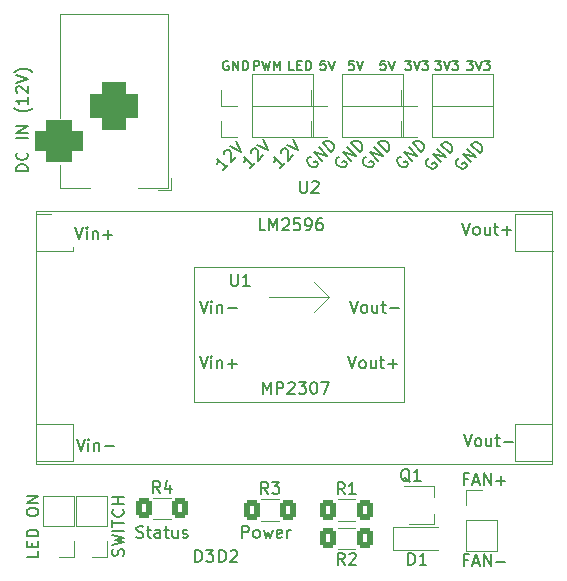
<source format=gto>
G04 #@! TF.GenerationSoftware,KiCad,Pcbnew,(6.0.5)*
G04 #@! TF.CreationDate,2022-08-01T18:55:39+01:00*
G04 #@! TF.ProjectId,LED-RPi-PCB,4c45442d-5250-4692-9d50-43422e6b6963,rev?*
G04 #@! TF.SameCoordinates,Original*
G04 #@! TF.FileFunction,Legend,Top*
G04 #@! TF.FilePolarity,Positive*
%FSLAX46Y46*%
G04 Gerber Fmt 4.6, Leading zero omitted, Abs format (unit mm)*
G04 Created by KiCad (PCBNEW (6.0.5)) date 2022-08-01 18:55:39*
%MOMM*%
%LPD*%
G01*
G04 APERTURE LIST*
G04 Aperture macros list*
%AMRoundRect*
0 Rectangle with rounded corners*
0 $1 Rounding radius*
0 $2 $3 $4 $5 $6 $7 $8 $9 X,Y pos of 4 corners*
0 Add a 4 corners polygon primitive as box body*
4,1,4,$2,$3,$4,$5,$6,$7,$8,$9,$2,$3,0*
0 Add four circle primitives for the rounded corners*
1,1,$1+$1,$2,$3*
1,1,$1+$1,$4,$5*
1,1,$1+$1,$6,$7*
1,1,$1+$1,$8,$9*
0 Add four rect primitives between the rounded corners*
20,1,$1+$1,$2,$3,$4,$5,0*
20,1,$1+$1,$4,$5,$6,$7,0*
20,1,$1+$1,$6,$7,$8,$9,0*
20,1,$1+$1,$8,$9,$2,$3,0*%
G04 Aperture macros list end*
%ADD10C,0.150000*%
%ADD11C,0.120000*%
%ADD12R,1.100000X1.100000*%
%ADD13R,1.800000X1.800000*%
%ADD14C,1.800000*%
%ADD15C,3.000000*%
%ADD16C,5.600000*%
%ADD17R,1.700000X1.700000*%
%ADD18O,1.700000X1.700000*%
%ADD19R,1.000000X0.700000*%
%ADD20RoundRect,0.250000X0.400000X0.625000X-0.400000X0.625000X-0.400000X-0.625000X0.400000X-0.625000X0*%
%ADD21RoundRect,0.250000X-0.400000X-0.625000X0.400000X-0.625000X0.400000X0.625000X-0.400000X0.625000X0*%
%ADD22R,4.000000X3.500000*%
%ADD23RoundRect,1.000000X-1.000000X1.000000X-1.000000X-1.000000X1.000000X-1.000000X1.000000X1.000000X0*%
%ADD24RoundRect,0.875000X-1.125000X0.875000X-1.125000X-0.875000X1.125000X-0.875000X1.125000X0.875000X0*%
%ADD25C,1.600000*%
%ADD26R,2.540000X2.540000*%
%ADD27C,2.540000*%
G04 APERTURE END LIST*
D10*
X111121698Y-91498194D02*
X111020683Y-91531866D01*
X110919668Y-91632881D01*
X110852324Y-91767568D01*
X110852324Y-91902255D01*
X110885996Y-92003270D01*
X110987011Y-92171629D01*
X111088026Y-92272644D01*
X111256385Y-92373660D01*
X111357400Y-92407331D01*
X111492087Y-92407331D01*
X111626774Y-92339988D01*
X111694118Y-92272644D01*
X111761461Y-92137957D01*
X111761461Y-92070614D01*
X111525759Y-91834912D01*
X111391072Y-91969599D01*
X112131851Y-91834912D02*
X111424744Y-91127805D01*
X112535912Y-91430851D01*
X111828805Y-90723744D01*
X112872629Y-91094133D02*
X112165522Y-90387026D01*
X112333881Y-90218668D01*
X112468568Y-90151324D01*
X112603255Y-90151324D01*
X112704270Y-90184996D01*
X112872629Y-90286011D01*
X112973644Y-90387026D01*
X113074660Y-90555385D01*
X113108331Y-90656400D01*
X113108331Y-90791087D01*
X113040988Y-90925774D01*
X112872629Y-91094133D01*
X112369619Y-83381904D02*
X111988666Y-83381904D01*
X111950571Y-83762857D01*
X111988666Y-83724761D01*
X112064857Y-83686666D01*
X112255333Y-83686666D01*
X112331523Y-83724761D01*
X112369619Y-83762857D01*
X112407714Y-83839047D01*
X112407714Y-84029523D01*
X112369619Y-84105714D01*
X112331523Y-84143809D01*
X112255333Y-84181904D01*
X112064857Y-84181904D01*
X111988666Y-84143809D01*
X111950571Y-84105714D01*
X112636285Y-83381904D02*
X112902952Y-84181904D01*
X113169619Y-83381904D01*
X119151523Y-83381904D02*
X119646761Y-83381904D01*
X119380095Y-83686666D01*
X119494380Y-83686666D01*
X119570571Y-83724761D01*
X119608666Y-83762857D01*
X119646761Y-83839047D01*
X119646761Y-84029523D01*
X119608666Y-84105714D01*
X119570571Y-84143809D01*
X119494380Y-84181904D01*
X119265809Y-84181904D01*
X119189619Y-84143809D01*
X119151523Y-84105714D01*
X119875333Y-83381904D02*
X120142000Y-84181904D01*
X120408666Y-83381904D01*
X120599142Y-83381904D02*
X121094380Y-83381904D01*
X120827714Y-83686666D01*
X120942000Y-83686666D01*
X121018190Y-83724761D01*
X121056285Y-83762857D01*
X121094380Y-83839047D01*
X121094380Y-84029523D01*
X121056285Y-84105714D01*
X121018190Y-84143809D01*
X120942000Y-84181904D01*
X120713428Y-84181904D01*
X120637238Y-84143809D01*
X120599142Y-84105714D01*
X104165476Y-83420000D02*
X104089285Y-83381904D01*
X103975000Y-83381904D01*
X103860714Y-83420000D01*
X103784523Y-83496190D01*
X103746428Y-83572380D01*
X103708333Y-83724761D01*
X103708333Y-83839047D01*
X103746428Y-83991428D01*
X103784523Y-84067619D01*
X103860714Y-84143809D01*
X103975000Y-84181904D01*
X104051190Y-84181904D01*
X104165476Y-84143809D01*
X104203571Y-84105714D01*
X104203571Y-83839047D01*
X104051190Y-83839047D01*
X104546428Y-84181904D02*
X104546428Y-83381904D01*
X105003571Y-84181904D01*
X105003571Y-83381904D01*
X105384523Y-84181904D02*
X105384523Y-83381904D01*
X105575000Y-83381904D01*
X105689285Y-83420000D01*
X105765476Y-83496190D01*
X105803571Y-83572380D01*
X105841666Y-83724761D01*
X105841666Y-83839047D01*
X105803571Y-83991428D01*
X105765476Y-84067619D01*
X105689285Y-84143809D01*
X105575000Y-84181904D01*
X105384523Y-84181904D01*
X101735142Y-108418380D02*
X102068476Y-109418380D01*
X102401809Y-108418380D01*
X102735142Y-109418380D02*
X102735142Y-108751714D01*
X102735142Y-108418380D02*
X102687523Y-108466000D01*
X102735142Y-108513619D01*
X102782761Y-108466000D01*
X102735142Y-108418380D01*
X102735142Y-108513619D01*
X103211333Y-108751714D02*
X103211333Y-109418380D01*
X103211333Y-108846952D02*
X103258952Y-108799333D01*
X103354190Y-108751714D01*
X103497047Y-108751714D01*
X103592285Y-108799333D01*
X103639904Y-108894571D01*
X103639904Y-109418380D01*
X104116095Y-109037428D02*
X104878000Y-109037428D01*
X104497047Y-109418380D02*
X104497047Y-108656476D01*
X101735142Y-103719380D02*
X102068476Y-104719380D01*
X102401809Y-103719380D01*
X102735142Y-104719380D02*
X102735142Y-104052714D01*
X102735142Y-103719380D02*
X102687523Y-103767000D01*
X102735142Y-103814619D01*
X102782761Y-103767000D01*
X102735142Y-103719380D01*
X102735142Y-103814619D01*
X103211333Y-104052714D02*
X103211333Y-104719380D01*
X103211333Y-104147952D02*
X103258952Y-104100333D01*
X103354190Y-104052714D01*
X103497047Y-104052714D01*
X103592285Y-104100333D01*
X103639904Y-104195571D01*
X103639904Y-104719380D01*
X104116095Y-104338428D02*
X104878000Y-104338428D01*
X114316142Y-108418380D02*
X114649476Y-109418380D01*
X114982809Y-108418380D01*
X115459000Y-109418380D02*
X115363761Y-109370761D01*
X115316142Y-109323142D01*
X115268523Y-109227904D01*
X115268523Y-108942190D01*
X115316142Y-108846952D01*
X115363761Y-108799333D01*
X115459000Y-108751714D01*
X115601857Y-108751714D01*
X115697095Y-108799333D01*
X115744714Y-108846952D01*
X115792333Y-108942190D01*
X115792333Y-109227904D01*
X115744714Y-109323142D01*
X115697095Y-109370761D01*
X115601857Y-109418380D01*
X115459000Y-109418380D01*
X116649476Y-108751714D02*
X116649476Y-109418380D01*
X116220904Y-108751714D02*
X116220904Y-109275523D01*
X116268523Y-109370761D01*
X116363761Y-109418380D01*
X116506619Y-109418380D01*
X116601857Y-109370761D01*
X116649476Y-109323142D01*
X116982809Y-108751714D02*
X117363761Y-108751714D01*
X117125666Y-108418380D02*
X117125666Y-109275523D01*
X117173285Y-109370761D01*
X117268523Y-109418380D01*
X117363761Y-109418380D01*
X117697095Y-109037428D02*
X118459000Y-109037428D01*
X118078047Y-109418380D02*
X118078047Y-108656476D01*
X114443142Y-103719380D02*
X114776476Y-104719380D01*
X115109809Y-103719380D01*
X115586000Y-104719380D02*
X115490761Y-104671761D01*
X115443142Y-104624142D01*
X115395523Y-104528904D01*
X115395523Y-104243190D01*
X115443142Y-104147952D01*
X115490761Y-104100333D01*
X115586000Y-104052714D01*
X115728857Y-104052714D01*
X115824095Y-104100333D01*
X115871714Y-104147952D01*
X115919333Y-104243190D01*
X115919333Y-104528904D01*
X115871714Y-104624142D01*
X115824095Y-104671761D01*
X115728857Y-104719380D01*
X115586000Y-104719380D01*
X116776476Y-104052714D02*
X116776476Y-104719380D01*
X116347904Y-104052714D02*
X116347904Y-104576523D01*
X116395523Y-104671761D01*
X116490761Y-104719380D01*
X116633619Y-104719380D01*
X116728857Y-104671761D01*
X116776476Y-104624142D01*
X117109809Y-104052714D02*
X117490761Y-104052714D01*
X117252666Y-103719380D02*
X117252666Y-104576523D01*
X117300285Y-104671761D01*
X117395523Y-104719380D01*
X117490761Y-104719380D01*
X117824095Y-104338428D02*
X118586000Y-104338428D01*
X121154698Y-91625194D02*
X121053683Y-91658866D01*
X120952668Y-91759881D01*
X120885324Y-91894568D01*
X120885324Y-92029255D01*
X120918996Y-92130270D01*
X121020011Y-92298629D01*
X121121026Y-92399644D01*
X121289385Y-92500660D01*
X121390400Y-92534331D01*
X121525087Y-92534331D01*
X121659774Y-92466988D01*
X121727118Y-92399644D01*
X121794461Y-92264957D01*
X121794461Y-92197614D01*
X121558759Y-91961912D01*
X121424072Y-92096599D01*
X122164851Y-91961912D02*
X121457744Y-91254805D01*
X122568912Y-91557851D01*
X121861805Y-90850744D01*
X122905629Y-91221133D02*
X122198522Y-90514026D01*
X122366881Y-90345668D01*
X122501568Y-90278324D01*
X122636255Y-90278324D01*
X122737270Y-90311996D01*
X122905629Y-90413011D01*
X123006644Y-90514026D01*
X123107660Y-90682385D01*
X123141331Y-90783400D01*
X123141331Y-90918087D01*
X123073988Y-91052774D01*
X122905629Y-91221133D01*
X123968142Y-97115380D02*
X124301476Y-98115380D01*
X124634809Y-97115380D01*
X125111000Y-98115380D02*
X125015761Y-98067761D01*
X124968142Y-98020142D01*
X124920523Y-97924904D01*
X124920523Y-97639190D01*
X124968142Y-97543952D01*
X125015761Y-97496333D01*
X125111000Y-97448714D01*
X125253857Y-97448714D01*
X125349095Y-97496333D01*
X125396714Y-97543952D01*
X125444333Y-97639190D01*
X125444333Y-97924904D01*
X125396714Y-98020142D01*
X125349095Y-98067761D01*
X125253857Y-98115380D01*
X125111000Y-98115380D01*
X126301476Y-97448714D02*
X126301476Y-98115380D01*
X125872904Y-97448714D02*
X125872904Y-97972523D01*
X125920523Y-98067761D01*
X126015761Y-98115380D01*
X126158619Y-98115380D01*
X126253857Y-98067761D01*
X126301476Y-98020142D01*
X126634809Y-97448714D02*
X127015761Y-97448714D01*
X126777666Y-97115380D02*
X126777666Y-97972523D01*
X126825285Y-98067761D01*
X126920523Y-98115380D01*
X127015761Y-98115380D01*
X127349095Y-97734428D02*
X128111000Y-97734428D01*
X127730047Y-98115380D02*
X127730047Y-97353476D01*
X104149148Y-92197614D02*
X103745087Y-92601675D01*
X103947118Y-92399644D02*
X103240011Y-91692538D01*
X103273683Y-91860896D01*
X103273683Y-91995583D01*
X103240011Y-92096599D01*
X103778759Y-91288477D02*
X103778759Y-91221133D01*
X103812431Y-91120118D01*
X103980790Y-90951759D01*
X104081805Y-90918087D01*
X104149148Y-90918087D01*
X104250164Y-90951759D01*
X104317507Y-91019103D01*
X104384851Y-91153790D01*
X104384851Y-91961912D01*
X104822583Y-91524179D01*
X104317507Y-90615042D02*
X105260316Y-91086446D01*
X104788912Y-90143637D01*
X117449619Y-83381904D02*
X117068666Y-83381904D01*
X117030571Y-83762857D01*
X117068666Y-83724761D01*
X117144857Y-83686666D01*
X117335333Y-83686666D01*
X117411523Y-83724761D01*
X117449619Y-83762857D01*
X117487714Y-83839047D01*
X117487714Y-84029523D01*
X117449619Y-84105714D01*
X117411523Y-84143809D01*
X117335333Y-84181904D01*
X117144857Y-84181904D01*
X117068666Y-84143809D01*
X117030571Y-84105714D01*
X117716285Y-83381904D02*
X117982952Y-84181904D01*
X118249619Y-83381904D01*
X109721714Y-84181904D02*
X109340761Y-84181904D01*
X109340761Y-83381904D01*
X109988380Y-83762857D02*
X110255047Y-83762857D01*
X110369333Y-84181904D02*
X109988380Y-84181904D01*
X109988380Y-83381904D01*
X110369333Y-83381904D01*
X110712190Y-84181904D02*
X110712190Y-83381904D01*
X110902666Y-83381904D01*
X111016952Y-83420000D01*
X111093142Y-83496190D01*
X111131238Y-83572380D01*
X111169333Y-83724761D01*
X111169333Y-83839047D01*
X111131238Y-83991428D01*
X111093142Y-84067619D01*
X111016952Y-84143809D01*
X110902666Y-84181904D01*
X110712190Y-84181904D01*
X106318190Y-84181904D02*
X106318190Y-83381904D01*
X106622952Y-83381904D01*
X106699142Y-83420000D01*
X106737238Y-83458095D01*
X106775333Y-83534285D01*
X106775333Y-83648571D01*
X106737238Y-83724761D01*
X106699142Y-83762857D01*
X106622952Y-83800952D01*
X106318190Y-83800952D01*
X107042000Y-83381904D02*
X107232476Y-84181904D01*
X107384857Y-83610476D01*
X107537238Y-84181904D01*
X107727714Y-83381904D01*
X108032476Y-84181904D02*
X108032476Y-83381904D01*
X108299142Y-83953333D01*
X108565809Y-83381904D01*
X108565809Y-84181904D01*
X115820698Y-91498194D02*
X115719683Y-91531866D01*
X115618668Y-91632881D01*
X115551324Y-91767568D01*
X115551324Y-91902255D01*
X115584996Y-92003270D01*
X115686011Y-92171629D01*
X115787026Y-92272644D01*
X115955385Y-92373660D01*
X116056400Y-92407331D01*
X116191087Y-92407331D01*
X116325774Y-92339988D01*
X116393118Y-92272644D01*
X116460461Y-92137957D01*
X116460461Y-92070614D01*
X116224759Y-91834912D01*
X116090072Y-91969599D01*
X116830851Y-91834912D02*
X116123744Y-91127805D01*
X117234912Y-91430851D01*
X116527805Y-90723744D01*
X117571629Y-91094133D02*
X116864522Y-90387026D01*
X117032881Y-90218668D01*
X117167568Y-90151324D01*
X117302255Y-90151324D01*
X117403270Y-90184996D01*
X117571629Y-90286011D01*
X117672644Y-90387026D01*
X117773660Y-90555385D01*
X117807331Y-90656400D01*
X117807331Y-90791087D01*
X117739988Y-90925774D01*
X117571629Y-91094133D01*
X114782619Y-83381904D02*
X114401666Y-83381904D01*
X114363571Y-83762857D01*
X114401666Y-83724761D01*
X114477857Y-83686666D01*
X114668333Y-83686666D01*
X114744523Y-83724761D01*
X114782619Y-83762857D01*
X114820714Y-83839047D01*
X114820714Y-84029523D01*
X114782619Y-84105714D01*
X114744523Y-84143809D01*
X114668333Y-84181904D01*
X114477857Y-84181904D01*
X114401666Y-84143809D01*
X114363571Y-84105714D01*
X115049285Y-83381904D02*
X115315952Y-84181904D01*
X115582619Y-83381904D01*
X91194142Y-97496380D02*
X91527476Y-98496380D01*
X91860809Y-97496380D01*
X92194142Y-98496380D02*
X92194142Y-97829714D01*
X92194142Y-97496380D02*
X92146523Y-97544000D01*
X92194142Y-97591619D01*
X92241761Y-97544000D01*
X92194142Y-97496380D01*
X92194142Y-97591619D01*
X92670333Y-97829714D02*
X92670333Y-98496380D01*
X92670333Y-97924952D02*
X92717952Y-97877333D01*
X92813190Y-97829714D01*
X92956047Y-97829714D01*
X93051285Y-97877333D01*
X93098904Y-97972571D01*
X93098904Y-98496380D01*
X93575095Y-98115428D02*
X94337000Y-98115428D01*
X93956047Y-98496380D02*
X93956047Y-97734476D01*
X107307333Y-97734380D02*
X106831142Y-97734380D01*
X106831142Y-96734380D01*
X107640666Y-97734380D02*
X107640666Y-96734380D01*
X107974000Y-97448666D01*
X108307333Y-96734380D01*
X108307333Y-97734380D01*
X108735904Y-96829619D02*
X108783523Y-96782000D01*
X108878761Y-96734380D01*
X109116857Y-96734380D01*
X109212095Y-96782000D01*
X109259714Y-96829619D01*
X109307333Y-96924857D01*
X109307333Y-97020095D01*
X109259714Y-97162952D01*
X108688285Y-97734380D01*
X109307333Y-97734380D01*
X110212095Y-96734380D02*
X109735904Y-96734380D01*
X109688285Y-97210571D01*
X109735904Y-97162952D01*
X109831142Y-97115333D01*
X110069238Y-97115333D01*
X110164476Y-97162952D01*
X110212095Y-97210571D01*
X110259714Y-97305809D01*
X110259714Y-97543904D01*
X110212095Y-97639142D01*
X110164476Y-97686761D01*
X110069238Y-97734380D01*
X109831142Y-97734380D01*
X109735904Y-97686761D01*
X109688285Y-97639142D01*
X110735904Y-97734380D02*
X110926380Y-97734380D01*
X111021619Y-97686761D01*
X111069238Y-97639142D01*
X111164476Y-97496285D01*
X111212095Y-97305809D01*
X111212095Y-96924857D01*
X111164476Y-96829619D01*
X111116857Y-96782000D01*
X111021619Y-96734380D01*
X110831142Y-96734380D01*
X110735904Y-96782000D01*
X110688285Y-96829619D01*
X110640666Y-96924857D01*
X110640666Y-97162952D01*
X110688285Y-97258190D01*
X110735904Y-97305809D01*
X110831142Y-97353428D01*
X111021619Y-97353428D01*
X111116857Y-97305809D01*
X111164476Y-97258190D01*
X111212095Y-97162952D01*
X112069238Y-96734380D02*
X111878761Y-96734380D01*
X111783523Y-96782000D01*
X111735904Y-96829619D01*
X111640666Y-96972476D01*
X111593047Y-97162952D01*
X111593047Y-97543904D01*
X111640666Y-97639142D01*
X111688285Y-97686761D01*
X111783523Y-97734380D01*
X111974000Y-97734380D01*
X112069238Y-97686761D01*
X112116857Y-97639142D01*
X112164476Y-97543904D01*
X112164476Y-97305809D01*
X112116857Y-97210571D01*
X112069238Y-97162952D01*
X111974000Y-97115333D01*
X111783523Y-97115333D01*
X111688285Y-97162952D01*
X111640666Y-97210571D01*
X111593047Y-97305809D01*
X124358523Y-83381904D02*
X124853761Y-83381904D01*
X124587095Y-83686666D01*
X124701380Y-83686666D01*
X124777571Y-83724761D01*
X124815666Y-83762857D01*
X124853761Y-83839047D01*
X124853761Y-84029523D01*
X124815666Y-84105714D01*
X124777571Y-84143809D01*
X124701380Y-84181904D01*
X124472809Y-84181904D01*
X124396619Y-84143809D01*
X124358523Y-84105714D01*
X125082333Y-83381904D02*
X125349000Y-84181904D01*
X125615666Y-83381904D01*
X125806142Y-83381904D02*
X126301380Y-83381904D01*
X126034714Y-83686666D01*
X126149000Y-83686666D01*
X126225190Y-83724761D01*
X126263285Y-83762857D01*
X126301380Y-83839047D01*
X126301380Y-84029523D01*
X126263285Y-84105714D01*
X126225190Y-84143809D01*
X126149000Y-84181904D01*
X125920428Y-84181904D01*
X125844238Y-84143809D01*
X125806142Y-84105714D01*
X118741698Y-91498194D02*
X118640683Y-91531866D01*
X118539668Y-91632881D01*
X118472324Y-91767568D01*
X118472324Y-91902255D01*
X118505996Y-92003270D01*
X118607011Y-92171629D01*
X118708026Y-92272644D01*
X118876385Y-92373660D01*
X118977400Y-92407331D01*
X119112087Y-92407331D01*
X119246774Y-92339988D01*
X119314118Y-92272644D01*
X119381461Y-92137957D01*
X119381461Y-92070614D01*
X119145759Y-91834912D01*
X119011072Y-91969599D01*
X119751851Y-91834912D02*
X119044744Y-91127805D01*
X120155912Y-91430851D01*
X119448805Y-90723744D01*
X120492629Y-91094133D02*
X119785522Y-90387026D01*
X119953881Y-90218668D01*
X120088568Y-90151324D01*
X120223255Y-90151324D01*
X120324270Y-90184996D01*
X120492629Y-90286011D01*
X120593644Y-90387026D01*
X120694660Y-90555385D01*
X120728331Y-90656400D01*
X120728331Y-90791087D01*
X120660988Y-90925774D01*
X120492629Y-91094133D01*
X124428428Y-118800571D02*
X124095095Y-118800571D01*
X124095095Y-119324380D02*
X124095095Y-118324380D01*
X124571285Y-118324380D01*
X124904619Y-119038666D02*
X125380809Y-119038666D01*
X124809380Y-119324380D02*
X125142714Y-118324380D01*
X125476047Y-119324380D01*
X125809380Y-119324380D02*
X125809380Y-118324380D01*
X126380809Y-119324380D01*
X126380809Y-118324380D01*
X126857000Y-118943428D02*
X127618904Y-118943428D01*
X127237952Y-119324380D02*
X127237952Y-118562476D01*
X123694698Y-91625194D02*
X123593683Y-91658866D01*
X123492668Y-91759881D01*
X123425324Y-91894568D01*
X123425324Y-92029255D01*
X123458996Y-92130270D01*
X123560011Y-92298629D01*
X123661026Y-92399644D01*
X123829385Y-92500660D01*
X123930400Y-92534331D01*
X124065087Y-92534331D01*
X124199774Y-92466988D01*
X124267118Y-92399644D01*
X124334461Y-92264957D01*
X124334461Y-92197614D01*
X124098759Y-91961912D01*
X123964072Y-92096599D01*
X124704851Y-91961912D02*
X123997744Y-91254805D01*
X125108912Y-91557851D01*
X124401805Y-90850744D01*
X125445629Y-91221133D02*
X124738522Y-90514026D01*
X124906881Y-90345668D01*
X125041568Y-90278324D01*
X125176255Y-90278324D01*
X125277270Y-90311996D01*
X125445629Y-90413011D01*
X125546644Y-90514026D01*
X125647660Y-90682385D01*
X125681331Y-90783400D01*
X125681331Y-90918087D01*
X125613988Y-91052774D01*
X125445629Y-91221133D01*
X107116904Y-111577380D02*
X107116904Y-110577380D01*
X107450238Y-111291666D01*
X107783571Y-110577380D01*
X107783571Y-111577380D01*
X108259761Y-111577380D02*
X108259761Y-110577380D01*
X108640714Y-110577380D01*
X108735952Y-110625000D01*
X108783571Y-110672619D01*
X108831190Y-110767857D01*
X108831190Y-110910714D01*
X108783571Y-111005952D01*
X108735952Y-111053571D01*
X108640714Y-111101190D01*
X108259761Y-111101190D01*
X109212142Y-110672619D02*
X109259761Y-110625000D01*
X109355000Y-110577380D01*
X109593095Y-110577380D01*
X109688333Y-110625000D01*
X109735952Y-110672619D01*
X109783571Y-110767857D01*
X109783571Y-110863095D01*
X109735952Y-111005952D01*
X109164523Y-111577380D01*
X109783571Y-111577380D01*
X110116904Y-110577380D02*
X110735952Y-110577380D01*
X110402619Y-110958333D01*
X110545476Y-110958333D01*
X110640714Y-111005952D01*
X110688333Y-111053571D01*
X110735952Y-111148809D01*
X110735952Y-111386904D01*
X110688333Y-111482142D01*
X110640714Y-111529761D01*
X110545476Y-111577380D01*
X110259761Y-111577380D01*
X110164523Y-111529761D01*
X110116904Y-111482142D01*
X111355000Y-110577380D02*
X111450238Y-110577380D01*
X111545476Y-110625000D01*
X111593095Y-110672619D01*
X111640714Y-110767857D01*
X111688333Y-110958333D01*
X111688333Y-111196428D01*
X111640714Y-111386904D01*
X111593095Y-111482142D01*
X111545476Y-111529761D01*
X111450238Y-111577380D01*
X111355000Y-111577380D01*
X111259761Y-111529761D01*
X111212142Y-111482142D01*
X111164523Y-111386904D01*
X111116904Y-111196428D01*
X111116904Y-110958333D01*
X111164523Y-110767857D01*
X111212142Y-110672619D01*
X111259761Y-110625000D01*
X111355000Y-110577380D01*
X112021666Y-110577380D02*
X112688333Y-110577380D01*
X112259761Y-111577380D01*
X87193380Y-92725333D02*
X86193380Y-92725333D01*
X86193380Y-92487238D01*
X86241000Y-92344380D01*
X86336238Y-92249142D01*
X86431476Y-92201523D01*
X86621952Y-92153904D01*
X86764809Y-92153904D01*
X86955285Y-92201523D01*
X87050523Y-92249142D01*
X87145761Y-92344380D01*
X87193380Y-92487238D01*
X87193380Y-92725333D01*
X87098142Y-91153904D02*
X87145761Y-91201523D01*
X87193380Y-91344380D01*
X87193380Y-91439619D01*
X87145761Y-91582476D01*
X87050523Y-91677714D01*
X86955285Y-91725333D01*
X86764809Y-91772952D01*
X86621952Y-91772952D01*
X86431476Y-91725333D01*
X86336238Y-91677714D01*
X86241000Y-91582476D01*
X86193380Y-91439619D01*
X86193380Y-91344380D01*
X86241000Y-91201523D01*
X86288619Y-91153904D01*
X87193380Y-89963428D02*
X86193380Y-89963428D01*
X87193380Y-89487238D02*
X86193380Y-89487238D01*
X87193380Y-88915809D01*
X86193380Y-88915809D01*
X87574333Y-87392000D02*
X87526714Y-87439619D01*
X87383857Y-87534857D01*
X87288619Y-87582476D01*
X87145761Y-87630095D01*
X86907666Y-87677714D01*
X86717190Y-87677714D01*
X86479095Y-87630095D01*
X86336238Y-87582476D01*
X86241000Y-87534857D01*
X86098142Y-87439619D01*
X86050523Y-87392000D01*
X87193380Y-86487238D02*
X87193380Y-87058666D01*
X87193380Y-86772952D02*
X86193380Y-86772952D01*
X86336238Y-86868190D01*
X86431476Y-86963428D01*
X86479095Y-87058666D01*
X86288619Y-86106285D02*
X86241000Y-86058666D01*
X86193380Y-85963428D01*
X86193380Y-85725333D01*
X86241000Y-85630095D01*
X86288619Y-85582476D01*
X86383857Y-85534857D01*
X86479095Y-85534857D01*
X86621952Y-85582476D01*
X87193380Y-86153904D01*
X87193380Y-85534857D01*
X86193380Y-85249142D02*
X87193380Y-84915809D01*
X86193380Y-84582476D01*
X87574333Y-84344380D02*
X87526714Y-84296761D01*
X87383857Y-84201523D01*
X87288619Y-84153904D01*
X87145761Y-84106285D01*
X86907666Y-84058666D01*
X86717190Y-84058666D01*
X86479095Y-84106285D01*
X86336238Y-84153904D01*
X86241000Y-84201523D01*
X86098142Y-84296761D01*
X86050523Y-84344380D01*
X96385333Y-123721761D02*
X96528190Y-123769380D01*
X96766285Y-123769380D01*
X96861523Y-123721761D01*
X96909142Y-123674142D01*
X96956761Y-123578904D01*
X96956761Y-123483666D01*
X96909142Y-123388428D01*
X96861523Y-123340809D01*
X96766285Y-123293190D01*
X96575809Y-123245571D01*
X96480571Y-123197952D01*
X96432952Y-123150333D01*
X96385333Y-123055095D01*
X96385333Y-122959857D01*
X96432952Y-122864619D01*
X96480571Y-122817000D01*
X96575809Y-122769380D01*
X96813904Y-122769380D01*
X96956761Y-122817000D01*
X97242476Y-123102714D02*
X97623428Y-123102714D01*
X97385333Y-122769380D02*
X97385333Y-123626523D01*
X97432952Y-123721761D01*
X97528190Y-123769380D01*
X97623428Y-123769380D01*
X98385333Y-123769380D02*
X98385333Y-123245571D01*
X98337714Y-123150333D01*
X98242476Y-123102714D01*
X98052000Y-123102714D01*
X97956761Y-123150333D01*
X98385333Y-123721761D02*
X98290095Y-123769380D01*
X98052000Y-123769380D01*
X97956761Y-123721761D01*
X97909142Y-123626523D01*
X97909142Y-123531285D01*
X97956761Y-123436047D01*
X98052000Y-123388428D01*
X98290095Y-123388428D01*
X98385333Y-123340809D01*
X98718666Y-123102714D02*
X99099619Y-123102714D01*
X98861523Y-122769380D02*
X98861523Y-123626523D01*
X98909142Y-123721761D01*
X99004380Y-123769380D01*
X99099619Y-123769380D01*
X99861523Y-123102714D02*
X99861523Y-123769380D01*
X99432952Y-123102714D02*
X99432952Y-123626523D01*
X99480571Y-123721761D01*
X99575809Y-123769380D01*
X99718666Y-123769380D01*
X99813904Y-123721761D01*
X99861523Y-123674142D01*
X100290095Y-123721761D02*
X100385333Y-123769380D01*
X100575809Y-123769380D01*
X100671047Y-123721761D01*
X100718666Y-123626523D01*
X100718666Y-123578904D01*
X100671047Y-123483666D01*
X100575809Y-123436047D01*
X100432952Y-123436047D01*
X100337714Y-123388428D01*
X100290095Y-123293190D01*
X100290095Y-123245571D01*
X100337714Y-123150333D01*
X100432952Y-123102714D01*
X100575809Y-123102714D01*
X100671047Y-123150333D01*
X124428428Y-125658571D02*
X124095095Y-125658571D01*
X124095095Y-126182380D02*
X124095095Y-125182380D01*
X124571285Y-125182380D01*
X124904619Y-125896666D02*
X125380809Y-125896666D01*
X124809380Y-126182380D02*
X125142714Y-125182380D01*
X125476047Y-126182380D01*
X125809380Y-126182380D02*
X125809380Y-125182380D01*
X126380809Y-126182380D01*
X126380809Y-125182380D01*
X126857000Y-125801428D02*
X127618904Y-125801428D01*
X108975148Y-92070614D02*
X108571087Y-92474675D01*
X108773118Y-92272644D02*
X108066011Y-91565538D01*
X108099683Y-91733896D01*
X108099683Y-91868583D01*
X108066011Y-91969599D01*
X108604759Y-91161477D02*
X108604759Y-91094133D01*
X108638431Y-90993118D01*
X108806790Y-90824759D01*
X108907805Y-90791087D01*
X108975148Y-90791087D01*
X109076164Y-90824759D01*
X109143507Y-90892103D01*
X109210851Y-91026790D01*
X109210851Y-91834912D01*
X109648583Y-91397179D01*
X109143507Y-90488042D02*
X110086316Y-90959446D01*
X109614912Y-90016637D01*
X91321142Y-115403380D02*
X91654476Y-116403380D01*
X91987809Y-115403380D01*
X92321142Y-116403380D02*
X92321142Y-115736714D01*
X92321142Y-115403380D02*
X92273523Y-115451000D01*
X92321142Y-115498619D01*
X92368761Y-115451000D01*
X92321142Y-115403380D01*
X92321142Y-115498619D01*
X92797333Y-115736714D02*
X92797333Y-116403380D01*
X92797333Y-115831952D02*
X92844952Y-115784333D01*
X92940190Y-115736714D01*
X93083047Y-115736714D01*
X93178285Y-115784333D01*
X93225904Y-115879571D01*
X93225904Y-116403380D01*
X93702095Y-116022428D02*
X94464000Y-116022428D01*
X95273761Y-125309000D02*
X95321380Y-125166142D01*
X95321380Y-124928047D01*
X95273761Y-124832809D01*
X95226142Y-124785190D01*
X95130904Y-124737571D01*
X95035666Y-124737571D01*
X94940428Y-124785190D01*
X94892809Y-124832809D01*
X94845190Y-124928047D01*
X94797571Y-125118523D01*
X94749952Y-125213761D01*
X94702333Y-125261380D01*
X94607095Y-125309000D01*
X94511857Y-125309000D01*
X94416619Y-125261380D01*
X94369000Y-125213761D01*
X94321380Y-125118523D01*
X94321380Y-124880428D01*
X94369000Y-124737571D01*
X94321380Y-124404238D02*
X95321380Y-124166142D01*
X94607095Y-123975666D01*
X95321380Y-123785190D01*
X94321380Y-123547095D01*
X95321380Y-123166142D02*
X94321380Y-123166142D01*
X94321380Y-122832809D02*
X94321380Y-122261380D01*
X95321380Y-122547095D02*
X94321380Y-122547095D01*
X95226142Y-121356619D02*
X95273761Y-121404238D01*
X95321380Y-121547095D01*
X95321380Y-121642333D01*
X95273761Y-121785190D01*
X95178523Y-121880428D01*
X95083285Y-121928047D01*
X94892809Y-121975666D01*
X94749952Y-121975666D01*
X94559476Y-121928047D01*
X94464238Y-121880428D01*
X94369000Y-121785190D01*
X94321380Y-121642333D01*
X94321380Y-121547095D01*
X94369000Y-121404238D01*
X94416619Y-121356619D01*
X95321380Y-120928047D02*
X94321380Y-120928047D01*
X94797571Y-120928047D02*
X94797571Y-120356619D01*
X95321380Y-120356619D02*
X94321380Y-120356619D01*
X105338809Y-123769380D02*
X105338809Y-122769380D01*
X105719761Y-122769380D01*
X105815000Y-122817000D01*
X105862619Y-122864619D01*
X105910238Y-122959857D01*
X105910238Y-123102714D01*
X105862619Y-123197952D01*
X105815000Y-123245571D01*
X105719761Y-123293190D01*
X105338809Y-123293190D01*
X106481666Y-123769380D02*
X106386428Y-123721761D01*
X106338809Y-123674142D01*
X106291190Y-123578904D01*
X106291190Y-123293190D01*
X106338809Y-123197952D01*
X106386428Y-123150333D01*
X106481666Y-123102714D01*
X106624523Y-123102714D01*
X106719761Y-123150333D01*
X106767380Y-123197952D01*
X106815000Y-123293190D01*
X106815000Y-123578904D01*
X106767380Y-123674142D01*
X106719761Y-123721761D01*
X106624523Y-123769380D01*
X106481666Y-123769380D01*
X107148333Y-123102714D02*
X107338809Y-123769380D01*
X107529285Y-123293190D01*
X107719761Y-123769380D01*
X107910238Y-123102714D01*
X108672142Y-123721761D02*
X108576904Y-123769380D01*
X108386428Y-123769380D01*
X108291190Y-123721761D01*
X108243571Y-123626523D01*
X108243571Y-123245571D01*
X108291190Y-123150333D01*
X108386428Y-123102714D01*
X108576904Y-123102714D01*
X108672142Y-123150333D01*
X108719761Y-123245571D01*
X108719761Y-123340809D01*
X108243571Y-123436047D01*
X109148333Y-123769380D02*
X109148333Y-123102714D01*
X109148333Y-123293190D02*
X109195952Y-123197952D01*
X109243571Y-123150333D01*
X109338809Y-123102714D01*
X109434047Y-123102714D01*
X106435148Y-92070614D02*
X106031087Y-92474675D01*
X106233118Y-92272644D02*
X105526011Y-91565538D01*
X105559683Y-91733896D01*
X105559683Y-91868583D01*
X105526011Y-91969599D01*
X106064759Y-91161477D02*
X106064759Y-91094133D01*
X106098431Y-90993118D01*
X106266790Y-90824759D01*
X106367805Y-90791087D01*
X106435148Y-90791087D01*
X106536164Y-90824759D01*
X106603507Y-90892103D01*
X106670851Y-91026790D01*
X106670851Y-91834912D01*
X107108583Y-91397179D01*
X106603507Y-90488042D02*
X107546316Y-90959446D01*
X107074912Y-90016637D01*
X88082380Y-124880428D02*
X88082380Y-125356619D01*
X87082380Y-125356619D01*
X87558571Y-124547095D02*
X87558571Y-124213761D01*
X88082380Y-124070904D02*
X88082380Y-124547095D01*
X87082380Y-124547095D01*
X87082380Y-124070904D01*
X88082380Y-123642333D02*
X87082380Y-123642333D01*
X87082380Y-123404238D01*
X87130000Y-123261380D01*
X87225238Y-123166142D01*
X87320476Y-123118523D01*
X87510952Y-123070904D01*
X87653809Y-123070904D01*
X87844285Y-123118523D01*
X87939523Y-123166142D01*
X88034761Y-123261380D01*
X88082380Y-123404238D01*
X88082380Y-123642333D01*
X87082380Y-121689952D02*
X87082380Y-121499476D01*
X87130000Y-121404238D01*
X87225238Y-121309000D01*
X87415714Y-121261380D01*
X87749047Y-121261380D01*
X87939523Y-121309000D01*
X88034761Y-121404238D01*
X88082380Y-121499476D01*
X88082380Y-121689952D01*
X88034761Y-121785190D01*
X87939523Y-121880428D01*
X87749047Y-121928047D01*
X87415714Y-121928047D01*
X87225238Y-121880428D01*
X87130000Y-121785190D01*
X87082380Y-121689952D01*
X88082380Y-120832809D02*
X87082380Y-120832809D01*
X88082380Y-120261380D01*
X87082380Y-120261380D01*
X121691523Y-83381904D02*
X122186761Y-83381904D01*
X121920095Y-83686666D01*
X122034380Y-83686666D01*
X122110571Y-83724761D01*
X122148666Y-83762857D01*
X122186761Y-83839047D01*
X122186761Y-84029523D01*
X122148666Y-84105714D01*
X122110571Y-84143809D01*
X122034380Y-84181904D01*
X121805809Y-84181904D01*
X121729619Y-84143809D01*
X121691523Y-84105714D01*
X122415333Y-83381904D02*
X122682000Y-84181904D01*
X122948666Y-83381904D01*
X123139142Y-83381904D02*
X123634380Y-83381904D01*
X123367714Y-83686666D01*
X123482000Y-83686666D01*
X123558190Y-83724761D01*
X123596285Y-83762857D01*
X123634380Y-83839047D01*
X123634380Y-84029523D01*
X123596285Y-84105714D01*
X123558190Y-84143809D01*
X123482000Y-84181904D01*
X123253428Y-84181904D01*
X123177238Y-84143809D01*
X123139142Y-84105714D01*
X124095142Y-115022380D02*
X124428476Y-116022380D01*
X124761809Y-115022380D01*
X125238000Y-116022380D02*
X125142761Y-115974761D01*
X125095142Y-115927142D01*
X125047523Y-115831904D01*
X125047523Y-115546190D01*
X125095142Y-115450952D01*
X125142761Y-115403333D01*
X125238000Y-115355714D01*
X125380857Y-115355714D01*
X125476095Y-115403333D01*
X125523714Y-115450952D01*
X125571333Y-115546190D01*
X125571333Y-115831904D01*
X125523714Y-115927142D01*
X125476095Y-115974761D01*
X125380857Y-116022380D01*
X125238000Y-116022380D01*
X126428476Y-115355714D02*
X126428476Y-116022380D01*
X125999904Y-115355714D02*
X125999904Y-115879523D01*
X126047523Y-115974761D01*
X126142761Y-116022380D01*
X126285619Y-116022380D01*
X126380857Y-115974761D01*
X126428476Y-115927142D01*
X126761809Y-115355714D02*
X127142761Y-115355714D01*
X126904666Y-115022380D02*
X126904666Y-115879523D01*
X126952285Y-115974761D01*
X127047523Y-116022380D01*
X127142761Y-116022380D01*
X127476095Y-115641428D02*
X128238000Y-115641428D01*
X113534698Y-91498194D02*
X113433683Y-91531866D01*
X113332668Y-91632881D01*
X113265324Y-91767568D01*
X113265324Y-91902255D01*
X113298996Y-92003270D01*
X113400011Y-92171629D01*
X113501026Y-92272644D01*
X113669385Y-92373660D01*
X113770400Y-92407331D01*
X113905087Y-92407331D01*
X114039774Y-92339988D01*
X114107118Y-92272644D01*
X114174461Y-92137957D01*
X114174461Y-92070614D01*
X113938759Y-91834912D01*
X113804072Y-91969599D01*
X114544851Y-91834912D02*
X113837744Y-91127805D01*
X114948912Y-91430851D01*
X114241805Y-90723744D01*
X115285629Y-91094133D02*
X114578522Y-90387026D01*
X114746881Y-90218668D01*
X114881568Y-90151324D01*
X115016255Y-90151324D01*
X115117270Y-90184996D01*
X115285629Y-90286011D01*
X115386644Y-90387026D01*
X115487660Y-90555385D01*
X115521331Y-90656400D01*
X115521331Y-90791087D01*
X115453988Y-90925774D01*
X115285629Y-91094133D01*
X119403904Y-126055380D02*
X119403904Y-125055380D01*
X119642000Y-125055380D01*
X119784857Y-125103000D01*
X119880095Y-125198238D01*
X119927714Y-125293476D01*
X119975333Y-125483952D01*
X119975333Y-125626809D01*
X119927714Y-125817285D01*
X119880095Y-125912523D01*
X119784857Y-126007761D01*
X119642000Y-126055380D01*
X119403904Y-126055380D01*
X120927714Y-126055380D02*
X120356285Y-126055380D01*
X120642000Y-126055380D02*
X120642000Y-125055380D01*
X120546761Y-125198238D01*
X120451523Y-125293476D01*
X120356285Y-125341095D01*
X103401904Y-125801380D02*
X103401904Y-124801380D01*
X103640000Y-124801380D01*
X103782857Y-124849000D01*
X103878095Y-124944238D01*
X103925714Y-125039476D01*
X103973333Y-125229952D01*
X103973333Y-125372809D01*
X103925714Y-125563285D01*
X103878095Y-125658523D01*
X103782857Y-125753761D01*
X103640000Y-125801380D01*
X103401904Y-125801380D01*
X104354285Y-124896619D02*
X104401904Y-124849000D01*
X104497142Y-124801380D01*
X104735238Y-124801380D01*
X104830476Y-124849000D01*
X104878095Y-124896619D01*
X104925714Y-124991857D01*
X104925714Y-125087095D01*
X104878095Y-125229952D01*
X104306666Y-125801380D01*
X104925714Y-125801380D01*
X101369904Y-125801380D02*
X101369904Y-124801380D01*
X101608000Y-124801380D01*
X101750857Y-124849000D01*
X101846095Y-124944238D01*
X101893714Y-125039476D01*
X101941333Y-125229952D01*
X101941333Y-125372809D01*
X101893714Y-125563285D01*
X101846095Y-125658523D01*
X101750857Y-125753761D01*
X101608000Y-125801380D01*
X101369904Y-125801380D01*
X102274666Y-124801380D02*
X102893714Y-124801380D01*
X102560380Y-125182333D01*
X102703238Y-125182333D01*
X102798476Y-125229952D01*
X102846095Y-125277571D01*
X102893714Y-125372809D01*
X102893714Y-125610904D01*
X102846095Y-125706142D01*
X102798476Y-125753761D01*
X102703238Y-125801380D01*
X102417523Y-125801380D01*
X102322285Y-125753761D01*
X102274666Y-125706142D01*
X119538761Y-119038619D02*
X119443523Y-118991000D01*
X119348285Y-118895761D01*
X119205428Y-118752904D01*
X119110190Y-118705285D01*
X119014952Y-118705285D01*
X119062571Y-118943380D02*
X118967333Y-118895761D01*
X118872095Y-118800523D01*
X118824476Y-118610047D01*
X118824476Y-118276714D01*
X118872095Y-118086238D01*
X118967333Y-117991000D01*
X119062571Y-117943380D01*
X119253047Y-117943380D01*
X119348285Y-117991000D01*
X119443523Y-118086238D01*
X119491142Y-118276714D01*
X119491142Y-118610047D01*
X119443523Y-118800523D01*
X119348285Y-118895761D01*
X119253047Y-118943380D01*
X119062571Y-118943380D01*
X120443523Y-118943380D02*
X119872095Y-118943380D01*
X120157809Y-118943380D02*
X120157809Y-117943380D01*
X120062571Y-118086238D01*
X119967333Y-118181476D01*
X119872095Y-118229095D01*
X114006333Y-120086380D02*
X113673000Y-119610190D01*
X113434904Y-120086380D02*
X113434904Y-119086380D01*
X113815857Y-119086380D01*
X113911095Y-119134000D01*
X113958714Y-119181619D01*
X114006333Y-119276857D01*
X114006333Y-119419714D01*
X113958714Y-119514952D01*
X113911095Y-119562571D01*
X113815857Y-119610190D01*
X113434904Y-119610190D01*
X114958714Y-120086380D02*
X114387285Y-120086380D01*
X114673000Y-120086380D02*
X114673000Y-119086380D01*
X114577761Y-119229238D01*
X114482523Y-119324476D01*
X114387285Y-119372095D01*
X114006333Y-126055380D02*
X113673000Y-125579190D01*
X113434904Y-126055380D02*
X113434904Y-125055380D01*
X113815857Y-125055380D01*
X113911095Y-125103000D01*
X113958714Y-125150619D01*
X114006333Y-125245857D01*
X114006333Y-125388714D01*
X113958714Y-125483952D01*
X113911095Y-125531571D01*
X113815857Y-125579190D01*
X113434904Y-125579190D01*
X114387285Y-125150619D02*
X114434904Y-125103000D01*
X114530142Y-125055380D01*
X114768238Y-125055380D01*
X114863476Y-125103000D01*
X114911095Y-125150619D01*
X114958714Y-125245857D01*
X114958714Y-125341095D01*
X114911095Y-125483952D01*
X114339666Y-126055380D01*
X114958714Y-126055380D01*
X107529333Y-120044380D02*
X107196000Y-119568190D01*
X106957904Y-120044380D02*
X106957904Y-119044380D01*
X107338857Y-119044380D01*
X107434095Y-119092000D01*
X107481714Y-119139619D01*
X107529333Y-119234857D01*
X107529333Y-119377714D01*
X107481714Y-119472952D01*
X107434095Y-119520571D01*
X107338857Y-119568190D01*
X106957904Y-119568190D01*
X107862666Y-119044380D02*
X108481714Y-119044380D01*
X108148380Y-119425333D01*
X108291238Y-119425333D01*
X108386476Y-119472952D01*
X108434095Y-119520571D01*
X108481714Y-119615809D01*
X108481714Y-119853904D01*
X108434095Y-119949142D01*
X108386476Y-119996761D01*
X108291238Y-120044380D01*
X108005523Y-120044380D01*
X107910285Y-119996761D01*
X107862666Y-119949142D01*
X98385333Y-119959380D02*
X98052000Y-119483190D01*
X97813904Y-119959380D02*
X97813904Y-118959380D01*
X98194857Y-118959380D01*
X98290095Y-119007000D01*
X98337714Y-119054619D01*
X98385333Y-119149857D01*
X98385333Y-119292714D01*
X98337714Y-119387952D01*
X98290095Y-119435571D01*
X98194857Y-119483190D01*
X97813904Y-119483190D01*
X99242476Y-119292714D02*
X99242476Y-119959380D01*
X99004380Y-118911761D02*
X98766285Y-119626047D01*
X99385333Y-119626047D01*
X104394095Y-101433380D02*
X104394095Y-102242904D01*
X104441714Y-102338142D01*
X104489333Y-102385761D01*
X104584571Y-102433380D01*
X104775047Y-102433380D01*
X104870285Y-102385761D01*
X104917904Y-102338142D01*
X104965523Y-102242904D01*
X104965523Y-101433380D01*
X105965523Y-102433380D02*
X105394095Y-102433380D01*
X105679809Y-102433380D02*
X105679809Y-101433380D01*
X105584571Y-101576238D01*
X105489333Y-101671476D01*
X105394095Y-101719095D01*
X110236095Y-93559380D02*
X110236095Y-94368904D01*
X110283714Y-94464142D01*
X110331333Y-94511761D01*
X110426571Y-94559380D01*
X110617047Y-94559380D01*
X110712285Y-94511761D01*
X110759904Y-94464142D01*
X110807523Y-94368904D01*
X110807523Y-93559380D01*
X111236095Y-93654619D02*
X111283714Y-93607000D01*
X111378952Y-93559380D01*
X111617047Y-93559380D01*
X111712285Y-93607000D01*
X111759904Y-93654619D01*
X111807523Y-93749857D01*
X111807523Y-93845095D01*
X111759904Y-93987952D01*
X111188476Y-94559380D01*
X111807523Y-94559380D01*
D11*
X118069000Y-122825000D02*
X121919000Y-122825000D01*
X118069000Y-122825000D02*
X118069000Y-124825000D01*
X118069000Y-124825000D02*
X121919000Y-124825000D01*
X124273000Y-122301000D02*
X124273000Y-124901000D01*
X126933000Y-122301000D02*
X126933000Y-124901000D01*
X124273000Y-119701000D02*
X125603000Y-119701000D01*
X124273000Y-122301000D02*
X126933000Y-122301000D01*
X124273000Y-121031000D02*
X124273000Y-119701000D01*
X124273000Y-124901000D02*
X126933000Y-124901000D01*
X112522000Y-89849000D02*
X111192000Y-89849000D01*
X111192000Y-89849000D02*
X111192000Y-88519000D01*
X113792000Y-87189000D02*
X118932000Y-87189000D01*
X113792000Y-89849000D02*
X118932000Y-89849000D01*
X113792000Y-89849000D02*
X113792000Y-87189000D01*
X118932000Y-89849000D02*
X118932000Y-87189000D01*
X106172000Y-87189000D02*
X111312000Y-87189000D01*
X106172000Y-89849000D02*
X106172000Y-87189000D01*
X106172000Y-89849000D02*
X111312000Y-89849000D01*
X111312000Y-89849000D02*
X111312000Y-87189000D01*
X104902000Y-89849000D02*
X103572000Y-89849000D01*
X103572000Y-89849000D02*
X103572000Y-88519000D01*
X111192000Y-87182000D02*
X111192000Y-85852000D01*
X113792000Y-84522000D02*
X118932000Y-84522000D01*
X112522000Y-87182000D02*
X111192000Y-87182000D01*
X113792000Y-87182000D02*
X113792000Y-84522000D01*
X113792000Y-87182000D02*
X118932000Y-87182000D01*
X118932000Y-87182000D02*
X118932000Y-84522000D01*
X126552000Y-87182000D02*
X126552000Y-84522000D01*
X121412000Y-87182000D02*
X126552000Y-87182000D01*
X121412000Y-84522000D02*
X126552000Y-84522000D01*
X121412000Y-87182000D02*
X121412000Y-84522000D01*
X120142000Y-87182000D02*
X118812000Y-87182000D01*
X118812000Y-87182000D02*
X118812000Y-85852000D01*
X120142000Y-89849000D02*
X118812000Y-89849000D01*
X121412000Y-87189000D02*
X126552000Y-87189000D01*
X126552000Y-89849000D02*
X126552000Y-87189000D01*
X121412000Y-89849000D02*
X126552000Y-89849000D01*
X121412000Y-89849000D02*
X121412000Y-87189000D01*
X118812000Y-89849000D02*
X118812000Y-88519000D01*
X93913000Y-122809000D02*
X93913000Y-120209000D01*
X93913000Y-120209000D02*
X91253000Y-120209000D01*
X93913000Y-125409000D02*
X92583000Y-125409000D01*
X93913000Y-122809000D02*
X91253000Y-122809000D01*
X93913000Y-124079000D02*
X93913000Y-125409000D01*
X91253000Y-122809000D02*
X91253000Y-120209000D01*
X91119000Y-125409000D02*
X89789000Y-125409000D01*
X91119000Y-120209000D02*
X88459000Y-120209000D01*
X91119000Y-124079000D02*
X91119000Y-125409000D01*
X91119000Y-122809000D02*
X91119000Y-120209000D01*
X88459000Y-122809000D02*
X88459000Y-120209000D01*
X91119000Y-122809000D02*
X88459000Y-122809000D01*
X121598000Y-119421000D02*
X121598000Y-120331000D01*
X121598000Y-121731000D02*
X121598000Y-122641000D01*
X119448000Y-122641000D02*
X121598000Y-122641000D01*
X119023000Y-119421000D02*
X121598000Y-119421000D01*
X114900064Y-122322000D02*
X113445936Y-122322000D01*
X114900064Y-120502000D02*
X113445936Y-120502000D01*
X113445936Y-124735000D02*
X114900064Y-124735000D01*
X113445936Y-122915000D02*
X114900064Y-122915000D01*
X106968936Y-122322000D02*
X108423064Y-122322000D01*
X106968936Y-120502000D02*
X108423064Y-120502000D01*
X97824936Y-122195000D02*
X99279064Y-122195000D01*
X97824936Y-120375000D02*
X99279064Y-120375000D01*
X98238000Y-94318000D02*
X99288000Y-94318000D01*
X99088000Y-94118000D02*
X96488000Y-94118000D01*
X99088000Y-79418000D02*
X99088000Y-94118000D01*
X89888000Y-88218000D02*
X89888000Y-79418000D01*
X89888000Y-79418000D02*
X99088000Y-79418000D01*
X92588000Y-94118000D02*
X89888000Y-94118000D01*
X89888000Y-94118000D02*
X89888000Y-92218000D01*
X99288000Y-93268000D02*
X99288000Y-94318000D01*
X112649000Y-103378000D02*
X111379000Y-102108000D01*
X112649000Y-103378000D02*
X111379000Y-104648000D01*
X118999000Y-100838000D02*
X101219000Y-100838000D01*
X107569000Y-103378000D02*
X112649000Y-103378000D01*
X101219000Y-100838000D02*
X101219000Y-112268000D01*
X101219000Y-112268000D02*
X118999000Y-112268000D01*
X111379000Y-102108000D02*
X112649000Y-103378000D01*
X118999000Y-112268000D02*
X118999000Y-100838000D01*
X106172000Y-87182000D02*
X106172000Y-84522000D01*
X106172000Y-87182000D02*
X111312000Y-87182000D01*
X111312000Y-87182000D02*
X111312000Y-84522000D01*
X103572000Y-87182000D02*
X103572000Y-85852000D01*
X106172000Y-84522000D02*
X111312000Y-84522000D01*
X104902000Y-87182000D02*
X103572000Y-87182000D01*
X87858000Y-114117000D02*
X90988000Y-114117000D01*
X90988000Y-114117000D02*
X90988000Y-117277000D01*
X87858000Y-117277000D02*
X90988000Y-117277000D01*
X87853000Y-96082000D02*
X87853000Y-117532000D01*
X131603000Y-117532000D02*
X131603000Y-96082000D01*
X87853000Y-117532000D02*
X131603000Y-117532000D01*
X87858000Y-99492000D02*
X90988000Y-99497000D01*
X87858000Y-96337000D02*
X89158000Y-96337000D01*
X90988000Y-99187000D02*
X90988000Y-99497000D01*
X128468000Y-114117000D02*
X131583000Y-114117000D01*
X128468000Y-99497000D02*
X128468000Y-96337000D01*
X128468000Y-117277000D02*
X128468000Y-114117000D01*
X131603000Y-96082000D02*
X87853000Y-96082000D01*
X128468000Y-96337000D02*
X131583000Y-96337000D01*
X128468000Y-117277000D02*
X131583000Y-117277000D01*
X128468000Y-99497000D02*
X131628000Y-99497000D01*
%LPC*%
D12*
X118869000Y-123825000D03*
X121669000Y-123825000D03*
D13*
X106299000Y-125222000D03*
D14*
X108839000Y-125222000D03*
D13*
X97409000Y-125222000D03*
D14*
X99949000Y-125222000D03*
D15*
X81407000Y-116967000D03*
X81407000Y-94367000D03*
D16*
X130683000Y-86995000D03*
X79883000Y-87249000D03*
X130683000Y-122809000D03*
X80010000Y-123063000D03*
D17*
X125603000Y-121031000D03*
D18*
X125603000Y-123571000D03*
D17*
X112522000Y-88519000D03*
D18*
X115062000Y-88519000D03*
X117602000Y-88519000D03*
D17*
X104902000Y-88519000D03*
D18*
X107442000Y-88519000D03*
X109982000Y-88519000D03*
D17*
X112522000Y-85852000D03*
D18*
X115062000Y-85852000D03*
X117602000Y-85852000D03*
D17*
X120142000Y-85852000D03*
D18*
X122682000Y-85852000D03*
X125222000Y-85852000D03*
D17*
X120142000Y-88519000D03*
D18*
X122682000Y-88519000D03*
X125222000Y-88519000D03*
D17*
X92583000Y-124079000D03*
D18*
X92583000Y-121539000D03*
D17*
X89789000Y-124079000D03*
D18*
X89789000Y-121539000D03*
D19*
X119323000Y-120081000D03*
X119323000Y-121981000D03*
X121723000Y-121031000D03*
D20*
X115723000Y-121412000D03*
X112623000Y-121412000D03*
D21*
X112623000Y-123825000D03*
X115723000Y-123825000D03*
X106146000Y-121412000D03*
X109246000Y-121412000D03*
X97002000Y-121285000D03*
X100102000Y-121285000D03*
D22*
X94488000Y-93218000D03*
D23*
X94488000Y-87218000D03*
D24*
X89788000Y-90218000D03*
D25*
X102489000Y-110858000D03*
X102489000Y-102108000D03*
X117389000Y-110858000D03*
X117389000Y-102108000D03*
D17*
X104902000Y-85852000D03*
D18*
X107442000Y-85852000D03*
X109982000Y-85852000D03*
D26*
X89408000Y-97917000D03*
D27*
X89408000Y-115697000D03*
X130048000Y-115697000D03*
X130048000Y-97917000D03*
M02*

</source>
